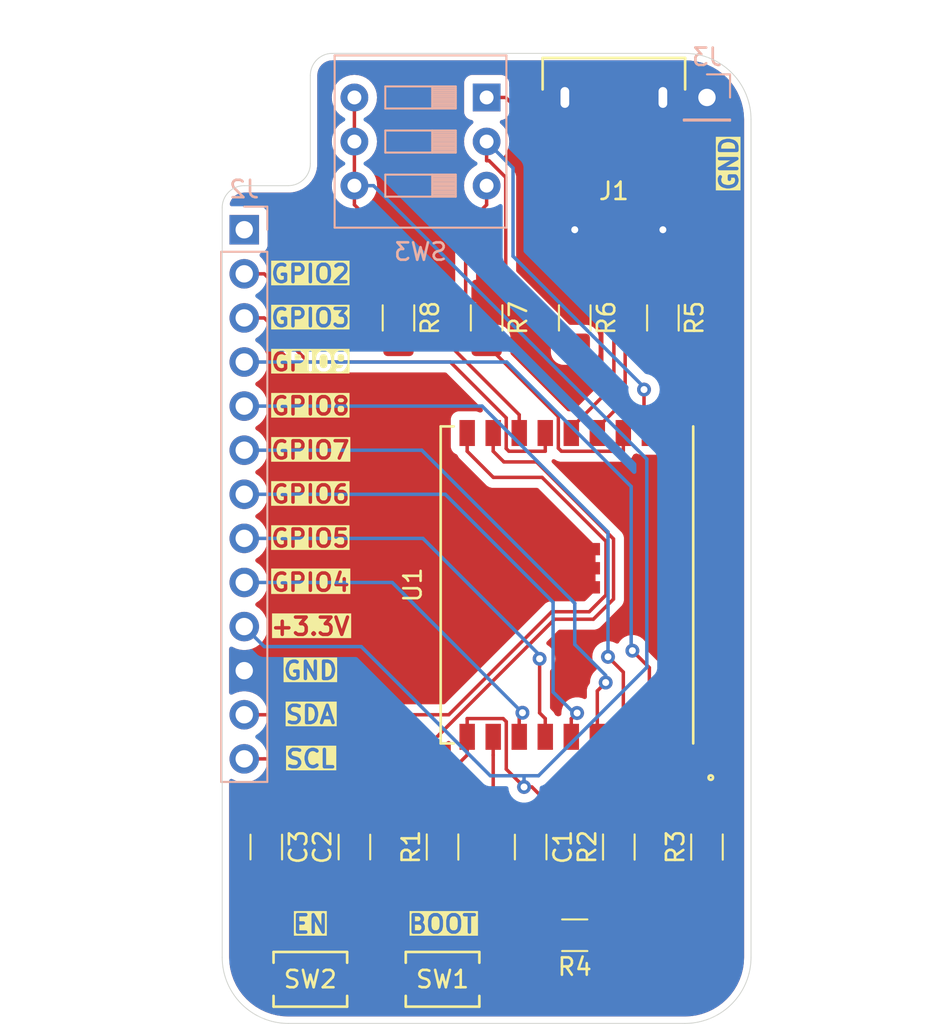
<source format=kicad_pcb>
(kicad_pcb (version 20240108) (generator "pcbnew") (generator_version "8.0")
  (layers (0 "F.Cu" signal) (31 "B.Cu" signal) (34 "B.Paste" user) (35 "F.Paste" user) (36 "B.SilkS" user "B.Silkscreen") (37 "F.SilkS" user "F.Silkscreen") (38 "B.Mask" user) (39 "F.Mask" user) (44 "Edge.Cuts" user))
  (net 0 "")
  (net 1 "/EN")
  (net 2 "GND")
  (net 3 "+3.3V")
  (net 6 "/GPIO8")
  (net 7 "/GPIO9")
  (net 8 "Net-(R4-Pad2)")
  (net 9 "/A1")
  (net 10 "/A2")
  (net 11 "/A3")
  (net 12 "/GPIO2")
  (net 13 "/GPIO4")
  (net 14 "/GPIO3")
  (net 15 "/SCL")
  (net 16 "/GPIO7")
  (net 17 "/GPIO5")
  (net 18 "/SDA")
  (net 19 "/GPIO6")
  (net 20 "/USB_D+")
  (net 21 "/USB_D-")
  (footprint "kicad_inventree_lib:SW_TS-1088_XNP-M" (layer "F.Cu") (at 63.5 121.92)
    (property "Reference" "SW2" (at 0 0 0) (layer "F.SilkS"))
    (property "Value" "Button")
    (fp_line (start -2.1209 -1.5748) (end -2.1209 -0.95504) (stroke (width 0.1524)) (layer "F.SilkS"))
    (fp_line (start -2.1209 0.95504) (end -2.1209 1.5748) (stroke (width 0.1524)) (layer "F.SilkS"))
    (fp_line (start -2.1209 1.5748) (end 2.1209 1.5748) (stroke (width 0.1524)) (layer "F.SilkS"))
    (fp_line (start 2.1209 -1.5748) (end -2.1209 -1.5748) (stroke (width 0.1524)) (layer "F.SilkS"))
    (fp_line (start 2.1209 -0.95504) (end 2.1209 -1.5748) (stroke (width 0.1524)) (layer "F.SilkS"))
    (fp_line (start 2.1209 1.5748) (end 2.1209 0.95504) (stroke (width 0.1524)) (layer "F.SilkS"))
    (pad "1" smd rect (at -2.286 0) (size 1.3462 1.2446) (layers "F.Cu" "F.Paste" "F.Mask") (net 2 "GND"))
    (pad "2" smd rect (at 2.286 0) (size 1.3462 1.2446) (layers "F.Cu" "F.Paste" "F.Mask") (net 1 "/EN"))
  )
  (footprint "Capacitor_SMD:C_1206_3216Metric_Pad1.33x1.80mm_HandSolder" (layer "F.Cu") (at 76.2 114.3 -90)
    (property "Reference" "C1" (at 0 -1.85 90) (layer "F.SilkS"))
    (property "Value" "1uF")
    (fp_line (start -0.711252 0.91) (end 0.711252 0.91) (stroke (width 0.12)) (layer "F.SilkS"))
    (fp_line (start -0.711252 -0.91) (end 0.711252 -0.91) (stroke (width 0.12)) (layer "F.SilkS"))
    (pad "1" smd roundrect (at -1.5625 0 270) (size 1.325 1.8) (layers "F.Cu" "F.Paste" "F.Mask") (roundrect_rratio 0.188679) (net 1 "/EN"))
    (pad "2" smd roundrect (at 1.5625 0 270) (size 1.325 1.8) (layers "F.Cu" "F.Paste" "F.Mask") (roundrect_rratio 0.188679) (net 2 "GND"))
  )
  (footprint "kicad_inventree_lib:ESP32-C3-WROOM-02U_EXP" (layer "F.Cu") (at 78.29 99.2 90)
    (property "Reference" "U1" (at 0 -8.89 90) (layer "F.SilkS"))
    (property "Value" "ESP32-C3-WROOM-02U-N4")
    (fp_line (start 9.1313 -7.2771) (end 9.1313 -6.527241) (stroke (width 0.1524)) (layer "F.SilkS"))
    (fp_line (start -9.1313 -7.2771) (end 9.1313 -7.2771) (stroke (width 0.1524)) (layer "F.SilkS"))
    (fp_line (start -9.1313 -6.527238) (end -9.1313 -7.2771) (stroke (width 0.1524)) (layer "F.SilkS"))
    (fp_line (start 9.1313 7.2771) (end -9.1313 7.2771) (stroke (width 0.1524)) (layer "F.SilkS"))
    (fp_circle (center -11.1002 8.289999) (end -10.9732 8.289999) (stroke (width 0.1524)) (fill none) (layer "F.SilkS"))
    (pad "1" smd rect (at -8.75 -5.749998 90) (size 1.4986 0.889) (layers "F.Cu" "F.Paste" "F.Mask") (net 3 "+3.3V"))
    (pad "2" smd rect (at -8.75 -4.249999 90) (size 1.4986 0.889) (layers "F.Cu" "F.Paste" "F.Mask") (net 1 "/EN"))
    (pad "3" smd rect (at -8.75 -2.749999 90) (size 1.4986 0.889) (layers "F.Cu" "F.Paste" "F.Mask") (net 13 "/GPIO4"))
    (pad "4" smd rect (at -8.75 -1.25 90) (size 1.4986 0.889) (layers "F.Cu" "F.Paste" "F.Mask") (net 17 "/GPIO5"))
    (pad "5" smd rect (at -8.75 0.25 90) (size 1.4986 0.889) (layers "F.Cu" "F.Paste" "F.Mask") (net 19 "/GPIO6"))
    (pad "6" smd rect (at -8.75 1.75 90) (size 1.4986 0.889) (layers "F.Cu" "F.Paste" "F.Mask") (net 16 "/GPIO7"))
    (pad "7" smd rect (at -8.75 3.250002 90) (size 1.4986 0.889) (layers "F.Cu" "F.Paste" "F.Mask") (net 6 "/GPIO8"))
    (pad "8" smd rect (at -8.75 4.750001 90) (size 1.4986 0.889) (layers "F.Cu" "F.Paste" "F.Mask") (net 7 "/GPIO9"))
    (pad "9" smd rect (at -8.75 6.250001 90) (size 1.4986 0.889) (layers "F.Cu" "F.Paste" "F.Mask") (net 2 "GND"))
    (pad "10" smd rect (at 8.75 6.249998 90) (size 1.4986 0.889) (layers "F.Cu" "F.Paste" "F.Mask") (net 9 "/A1"))
    (pad "11" smd rect (at 8.75 4.749999 90) (size 1.4986 0.889) (layers "F.Cu" "F.Paste" "F.Mask") (net 10 "/A2"))
    (pad "12" smd rect (at 8.75 3.249999 90) (size 1.4986 0.889) (layers "F.Cu" "F.Paste" "F.Mask") (net 11 "/A3"))
    (pad "13" smd rect (at 8.75 1.75 90) (size 1.4986 0.889) (layers "F.Cu" "F.Paste" "F.Mask") (net 21 "/USB_D-"))
    (pad "14" smd rect (at 8.75 0.25 90) (size 1.4986 0.889) (layers "F.Cu" "F.Paste" "F.Mask") (net 20 "/USB_D+"))
    (pad "15" smd rect (at 8.75 -1.25 90) (size 1.4986 0.889) (layers "F.Cu" "F.Paste" "F.Mask") (net 14 "/GPIO3"))
    (pad "16" smd rect (at 8.75 -2.750002 90) (size 1.4986 0.889) (layers "F.Cu" "F.Paste" "F.Mask") (net 12 "/GPIO2"))
    (pad "17" smd rect (at 8.75 -4.250001 90) (size 1.4986 0.889) (layers "F.Cu" "F.Paste" "F.Mask") (net 15 "/SCL"))
    (pad "18" smd rect (at 8.75 -5.750001 90) (size 1.4986 0.889) (layers "F.Cu" "F.Paste" "F.Mask") (net 18 "/SDA"))
    (pad "EPAD" smd rect (at -0.14 -0.65 90) (size 0.7112 0.7112) (layers "F.Cu" "F.Paste" "F.Mask") (net 2 "GND"))
    (pad "EPAD" smd rect (at -0.14 0.45 90) (size 0.7112 0.7112) (layers "F.Cu" "F.Paste" "F.Mask") (net 2 "GND"))
    (pad "EPAD" smd rect (at -0.14 1.55 90) (size 0.7112 0.7112) (layers "F.Cu" "F.Paste" "F.Mask") (net 2 "GND"))
    (pad "EPAD" smd rect (at 0.96 -0.65 90) (size 0.7112 0.7112) (layers "F.Cu" "F.Paste" "F.Mask") (net 2 "GND"))
    (pad "EPAD" smd rect (at 0.96 0.45 90) (size 0.7112 0.7112) (layers "F.Cu" "F.Paste" "F.Mask") (net 2 "GND"))
    (pad "EPAD" smd rect (at 0.96 1.55 90) (size 0.7112 0.7112) (layers "F.Cu" "F.Paste" "F.Mask") (net 2 "GND"))
    (pad "EPAD" smd rect (at 2.06 -0.65 90) (size 0.7112 0.7112) (layers "F.Cu" "F.Paste" "F.Mask") (net 2 "GND"))
    (pad "EPAD" smd rect (at 2.06 0.45 90) (size 0.7112 0.7112) (layers "F.Cu" "F.Paste" "F.Mask") (net 2 "GND"))
    (pad "EPAD" smd rect (at 2.06 1.55 90) (size 0.7112 0.7112) (layers "F.Cu" "F.Paste" "F.Mask") (net 2 "GND"))
  )
  (footprint "kicad_inventree_lib:CONN5_H83-S1S_XKB" (layer "F.Cu") (at 82.295 73.974 180)
    (property "Reference" "J1" (at 1.299972 -2.54 180) (layer "F.SilkS"))
    (property "Value" "U254-051T-4BH83-S1S")
    (fp_line (start 5.406972 5.1308) (end 5.406972 3.317532) (stroke (width 0.1524)) (layer "F.SilkS"))
    (fp_line (start -2.807028 5.1308) (end 5.406972 5.1308) (stroke (width 0.1524)) (layer "F.SilkS"))
    (fp_line (start -2.807028 3.317532) (end -2.807028 5.1308) (stroke (width 0.1524)) (layer "F.SilkS"))
    (pad "1" smd rect (at 0 0.178892 180) (size 0.4064 1.35) (layers "F.Cu" "F.Paste" "F.Mask"))
    (pad "2" smd rect (at 0.649986 0.178892 180) (size 0.4064 1.35) (layers "F.Cu" "F.Paste" "F.Mask") (net 21 "/USB_D-"))
    (pad "3" smd rect (at 1.299972 0.178892 180) (size 0.4064 1.35) (layers "F.Cu" "F.Paste" "F.Mask") (net 20 "/USB_D+"))
    (pad "4" smd rect (at 1.949958 0.178892 180) (size 0.4064 1.35) (layers "F.Cu" "F.Paste" "F.Mask"))
    (pad "5" smd rect (at -1.800027 0.304 180) (size 2.1082 1.6002) (layers "F.Cu" "F.Paste" "F.Mask") (net 2 "GND"))
    (pad "5" thru_hole oval (at -1.525029 2.854008 270) (size 1.7 1) (drill oval 1.2 0.5) (layers "*.Cu" "*.Mask") (net 2 "GND"))
    (pad "5" smd rect (at 2.599944 0.178892 180) (size 0.4064 1.35) (layers "F.Cu" "F.Paste" "F.Mask") (net 2 "GND"))
    (pad "5" thru_hole oval (at 4.124973 2.854008 270) (size 1.7 1) (drill oval 1.2 0.5) (layers "*.Cu" "*.Mask") (net 2 "GND"))
    (pad "5" smd rect (at 4.399971 0.304 180) (size 2.1082 1.6002) (layers "F.Cu" "F.Paste" "F.Mask") (net 2 "GND"))
  )
  (footprint "Resistor_SMD:R_1206_3216Metric_Pad1.30x1.75mm_HandSolder" (layer "F.Cu") (at 73.66 83.82 -90)
    (property "Reference" "R7" (at 0 -1.82 90) (layer "F.SilkS"))
    (property "Value" "10k")
    (fp_line (start -0.727064 0.91) (end 0.727064 0.91) (stroke (width 0.12)) (layer "F.SilkS"))
    (fp_line (start -0.727064 -0.91) (end 0.727064 -0.91) (stroke (width 0.12)) (layer "F.SilkS"))
    (pad "1" smd roundrect (at -1.55 0 270) (size 1.3 1.75) (layers "F.Cu" "F.Paste" "F.Mask") (roundrect_rratio 0.192308) (net 2 "GND"))
    (pad "2" smd roundrect (at 1.55 0 270) (size 1.3 1.75) (layers "F.Cu" "F.Paste" "F.Mask") (roundrect_rratio 0.192308) (net 11 "/A3"))
  )
  (footprint "Resistor_SMD:R_1206_3216Metric_Pad1.30x1.75mm_HandSolder" (layer "F.Cu") (at 83.82 83.82 -90)
    (property "Reference" "R5" (at 0 -1.82 90) (layer "F.SilkS"))
    (property "Value" "10k")
    (fp_line (start -0.727064 0.91) (end 0.727064 0.91) (stroke (width 0.12)) (layer "F.SilkS"))
    (fp_line (start -0.727064 -0.91) (end 0.727064 -0.91) (stroke (width 0.12)) (layer "F.SilkS"))
    (pad "1" smd roundrect (at -1.55 0 270) (size 1.3 1.75) (layers "F.Cu" "F.Paste" "F.Mask") (roundrect_rratio 0.192308) (net 2 "GND"))
    (pad "2" smd roundrect (at 1.55 0 270) (size 1.3 1.75) (layers "F.Cu" "F.Paste" "F.Mask") (roundrect_rratio 0.192308) (net 9 "/A1"))
  )
  (footprint "Resistor_SMD:R_1206_3216Metric_Pad1.30x1.75mm_HandSolder" (layer "F.Cu") (at 78.74 119.38 180)
    (property "Reference" "R4" (at 0 -1.82 0) (layer "F.SilkS"))
    (property "Value" "330R")
    (fp_line (start -0.727064 0.91) (end 0.727064 0.91) (stroke (width 0.12)) (layer "F.SilkS"))
    (fp_line (start -0.727064 -0.91) (end 0.727064 -0.91) (stroke (width 0.12)) (layer "F.SilkS"))
    (pad "1" smd roundrect (at -1.55 0 180) (size 1.3 1.75) (layers "F.Cu" "F.Paste" "F.Mask") (roundrect_rratio 0.192308) (net 7 "/GPIO9"))
    (pad "2" smd roundrect (at 1.55 0 180) (size 1.3 1.75) (layers "F.Cu" "F.Paste" "F.Mask") (roundrect_rratio 0.192308) (net 8 "Net-(R4-Pad2)"))
  )
  (footprint "Capacitor_SMD:C_1206_3216Metric_Pad1.33x1.80mm_HandSolder" (layer "F.Cu") (at 60.96 114.3 -90)
    (property "Reference" "C3" (at 0 -1.85 90) (layer "F.SilkS"))
    (property "Value" "1uF")
    (fp_line (start -0.711252 0.91) (end 0.711252 0.91) (stroke (width 0.12)) (layer "F.SilkS"))
    (fp_line (start -0.711252 -0.91) (end 0.711252 -0.91) (stroke (width 0.12)) (layer "F.SilkS"))
    (pad "1" smd roundrect (at -1.5625 0 270) (size 1.325 1.8) (layers "F.Cu" "F.Paste" "F.Mask") (roundrect_rratio 0.188679) (net 3 "+3.3V"))
    (pad "2" smd roundrect (at 1.5625 0 270) (size 1.325 1.8) (layers "F.Cu" "F.Paste" "F.Mask") (roundrect_rratio 0.188679) (net 2 "GND"))
  )
  (footprint "Resistor_SMD:R_1206_3216Metric_Pad1.30x1.75mm_HandSolder" (layer "F.Cu") (at 81.28 114.3 90)
    (property "Reference" "R2" (at 0 -1.82 90) (layer "F.SilkS"))
    (property "Value" "10k")
    (fp_line (start -0.727064 -0.91) (end 0.727064 -0.91) (stroke (width 0.12)) (layer "F.SilkS"))
    (fp_line (start -0.727064 0.91) (end 0.727064 0.91) (stroke (width 0.12)) (layer "F.SilkS"))
    (pad "1" smd roundrect (at -1.55 0 90) (size 1.3 1.75) (layers "F.Cu" "F.Paste" "F.Mask") (roundrect_rratio 0.192308) (net 3 "+3.3V"))
    (pad "2" smd roundrect (at 1.55 0 90) (size 1.3 1.75) (layers "F.Cu" "F.Paste" "F.Mask") (roundrect_rratio 0.192308) (net 6 "/GPIO8"))
  )
  (footprint "Resistor_SMD:R_1206_3216Metric_Pad1.30x1.75mm_HandSolder" (layer "F.Cu") (at 86.36 114.3 90)
    (property "Reference" "R3" (at 0 -1.82 90) (layer "F.SilkS"))
    (property "Value" "10k")
    (fp_line (start -0.727064 -0.91) (end 0.727064 -0.91) (stroke (width 0.12)) (layer "F.SilkS"))
    (fp_line (start -0.727064 0.91) (end 0.727064 0.91) (stroke (width 0.12)) (layer "F.SilkS"))
    (pad "1" smd roundrect (at -1.55 0 90) (size 1.3 1.75) (layers "F.Cu" "F.Paste" "F.Mask") (roundrect_rratio 0.192308) (net 3 "+3.3V"))
    (pad "2" smd roundrect (at 1.55 0 90) (size 1.3 1.75) (layers "F.Cu" "F.Paste" "F.Mask") (roundrect_rratio 0.192308) (net 7 "/GPIO9"))
  )
  (footprint "kicad_inventree_lib:SW_TS-1088_XNP-M" (layer "F.Cu") (at 71.12 121.92)
    (property "Reference" "SW1" (at 0 0 0) (layer "F.SilkS"))
    (property "Value" "Button")
    (fp_line (start -2.1209 -1.5748) (end -2.1209 -0.95504) (stroke (width 0.1524)) (layer "F.SilkS"))
    (fp_line (start -2.1209 0.95504) (end -2.1209 1.5748) (stroke (width 0.1524)) (layer "F.SilkS"))
    (fp_line (start -2.1209 1.5748) (end 2.1209 1.5748) (stroke (width 0.1524)) (layer "F.SilkS"))
    (fp_line (start 2.1209 -1.5748) (end -2.1209 -1.5748) (stroke (width 0.1524)) (layer "F.SilkS"))
    (fp_line (start 2.1209 -0.95504) (end 2.1209 -1.5748) (stroke (width 0.1524)) (layer "F.SilkS"))
    (fp_line (start 2.1209 1.5748) (end 2.1209 0.95504) (stroke (width 0.1524)) (layer "F.SilkS"))
    (pad "1" smd rect (at -2.286 0) (size 1.3462 1.2446) (layers "F.Cu" "F.Paste" "F.Mask") (net 2 "GND"))
    (pad "2" smd rect (at 2.286 0) (size 1.3462 1.2446) (layers "F.Cu" "F.Paste" "F.Mask") (net 8 "Net-(R4-Pad2)"))
  )
  (footprint "Resistor_SMD:R_1206_3216Metric_Pad1.30x1.75mm_HandSolder" (layer "F.Cu") (at 78.74 83.82 -90)
    (property "Reference" "R6" (at 0 -1.82 90) (layer "F.SilkS"))
    (property "Value" "10k")
    (fp_line (start -0.727064 0.91) (end 0.727064 0.91) (stroke (width 0.12)) (layer "F.SilkS"))
    (fp_line (start -0.727064 -0.91) (end 0.727064 -0.91) (stroke (width 0.12)) (layer "F.SilkS"))
    (pad "1" smd roundrect (at -1.55 0 270) (size 1.3 1.75) (layers "F.Cu" "F.Paste" "F.Mask") (roundrect_rratio 0.192308) (net 2 "GND"))
    (pad "2" smd roundrect (at 1.55 0 270) (size 1.3 1.75) (layers "F.Cu" "F.Paste" "F.Mask") (roundrect_rratio 0.192308) (net 10 "/A2"))
  )
  (footprint "Resistor_SMD:R_1206_3216Metric_Pad1.30x1.75mm_HandSolder" (layer "F.Cu") (at 71.12 114.3 90)
    (property "Reference" "R1" (at 0 -1.82 90) (layer "F.SilkS"))
    (property "Value" "10k")
    (fp_line (start -0.727064 -0.91) (end 0.727064 -0.91) (stroke (width 0.12)) (layer "F.SilkS"))
    (fp_line (start -0.727064 0.91) (end 0.727064 0.91) (stroke (width 0.12)) (layer "F.SilkS"))
    (pad "1" smd roundrect (at -1.55 0 90) (size 1.3 1.75) (layers "F.Cu" "F.Paste" "F.Mask") (roundrect_rratio 0.192308) (net 3 "+3.3V"))
    (pad "2" smd roundrect (at 1.55 0 90) (size 1.3 1.75) (layers "F.Cu" "F.Paste" "F.Mask") (roundrect_rratio 0.192308) (net 1 "/EN"))
  )
  (footprint "Capacitor_SMD:C_1206_3216Metric_Pad1.33x1.80mm_HandSolder" (layer "F.Cu") (at 66.04 114.3 90)
    (property "Reference" "C2" (at 0 -1.85 90) (layer "F.SilkS"))
    (property "Value" "10uF")
    (fp_line (start -0.711252 -0.91) (end 0.711252 -0.91) (stroke (width 0.12)) (layer "F.SilkS"))
    (fp_line (start -0.711252 0.91) (end 0.711252 0.91) (stroke (width 0.12)) (layer "F.SilkS"))
    (pad "1" smd roundrect (at -1.5625 0 90) (size 1.325 1.8) (layers "F.Cu" "F.Paste" "F.Mask") (roundrect_rratio 0.188679) (net 2 "GND"))
    (pad "2" smd roundrect (at 1.5625 0 90) (size 1.325 1.8) (layers "F.Cu" "F.Paste" "F.Mask") (roundrect_rratio 0.188679) (net 3 "+3.3V"))
  )
  (footprint "Resistor_SMD:R_1206_3216Metric_Pad1.30x1.75mm_HandSolder" (layer "F.Cu") (at 68.58 83.82 -90)
    (property "Reference" "R8" (at 0 -1.82 90) (layer "F.SilkS"))
    (property "Value" "10k")
    (fp_line (start -0.727064 0.91) (end 0.727064 0.91) (stroke (width 0.12)) (layer "F.SilkS"))
    (fp_line (start -0.727064 -0.91) (end 0.727064 -0.91) (stroke (width 0.12)) (layer "F.SilkS"))
    (pad "1" smd roundrect (at -1.55 0 270) (size 1.3 1.75) (layers "F.Cu" "F.Paste" "F.Mask") (roundrect_rratio 0.192308) (net 3 "+3.3V"))
    (pad "2" smd roundrect (at 1.55 0 270) (size 1.3 1.75) (layers "F.Cu" "F.Paste" "F.Mask") (roundrect_rratio 0.192308) (net 12 "/GPIO2"))
  )
  (footprint "Connector_PinHeader_2.54mm:PinHeader_1x13_P2.54mm_Vertical" (layer "B.Cu") (at 59.69 78.74 180)
    (property "Reference" "J2" (at 0 2.33 0) (layer "B.SilkS") (effects (justify mirror)))
    (property "Value" "PinHeader_01x13_P2.54_THT_straight")
    (fp_line (start 1.33 -1.27) (end -1.33 -1.27) (stroke (width 0.12)) (layer "B.SilkS"))
    (fp_line (start 1.33 -31.81) (end 1.33 -1.27) (stroke (width 0.12)) (layer "B.SilkS"))
    (fp_line (start 1.33 -31.81) (end -1.33 -31.81) (stroke (width 0.12)) (layer "B.SilkS"))
    (fp_line (start 0 1.33) (end -1.33 1.33) (stroke (width 0.12)) (layer "B.SilkS"))
    (fp_line (start -1.33 1.33) (end -1.33 0) (stroke (width 0.12)) (layer "B.SilkS"))
    (fp_line (start -1.33 -31.81) (end -1.33 -1.27) (stroke (width 0.12)) (layer "B.SilkS"))
    (pad "1" thru_hole rect (at 0 0 180) (size 1.7 1.7) (drill 1) (layers "*.Cu" "*.Mask"))
    (pad "2" thru_hole oval (at 0 -2.54 180) (size 1.7 1.7) (drill 1) (layers "*.Cu" "*.Mask") (net 12 "/GPIO2"))
    (pad "3" thru_hole oval (at 0 -5.08 180) (size 1.7 1.7) (drill 1) (layers "*.Cu" "*.Mask") (net 14 "/GPIO3"))
    (pad "4" thru_hole oval (at 0 -7.62 180) (size 1.7 1.7) (drill 1) (layers "*.Cu" "*.Mask") (net 7 "/GPIO9"))
    (pad "5" thru_hole oval (at 0 -10.16 180) (size 1.7 1.7) (drill 1) (layers "*.Cu" "*.Mask") (net 6 "/GPIO8"))
    (pad "6" thru_hole oval (at 0 -12.7 180) (size 1.7 1.7) (drill 1) (layers "*.Cu" "*.Mask") (net 16 "/GPIO7"))
    (pad "7" thru_hole oval (at 0 -15.24 180) (size 1.7 1.7) (drill 1) (layers "*.Cu" "*.Mask") (net 19 "/GPIO6"))
    (pad "8" thru_hole oval (at 0 -17.78 180) (size 1.7 1.7) (drill 1) (layers "*.Cu" "*.Mask") (net 17 "/GPIO5"))
    (pad "9" thru_hole oval (at 0 -20.32 180) (size 1.7 1.7) (drill 1) (layers "*.Cu" "*.Mask") (net 13 "/GPIO4"))
    (pad "10" thru_hole oval (at 0 -22.86 180) (size 1.7 1.7) (drill 1) (layers "*.Cu" "*.Mask") (net 3 "+3.3V"))
    (pad "11" thru_hole oval (at 0 -25.4 180) (size 1.7 1.7) (drill 1) (layers "*.Cu" "*.Mask") (net 2 "GND"))
    (pad "12" thru_hole oval (at 0 -27.94 180) (size 1.7 1.7) (drill 1) (layers "*.Cu" "*.Mask") (net 18 "/SDA"))
    (pad "13" thru_hole oval (at 0 -30.48 180) (size 1.7 1.7) (drill 1) (layers "*.Cu" "*.Mask") (net 15 "/SCL"))
  )
  (footprint "kicad_inventree_lib:SW_DIP_SPSTx03_Slide_9.78x9.8mm_W7.62mm_P2.54mm" (layer "B.Cu") (at 73.66 71.12 180)
    (property "Reference" "SW3" (at 3.81 -8.89 0) (layer "B.SilkS") (effects (justify mirror)))
    (property "Value" "DIP_SW-3P-P2.54-THT-Top")
    (fp_line (start 8.76 2.42) (end -1.14 2.42) (stroke (width 0.12)) (layer "B.SilkS"))
    (fp_line (start 8.76 -7.5) (end 8.76 2.42) (stroke (width 0.12)) (layer "B.SilkS"))
    (fp_line (start 8.76 -7.5) (end -1.14 -7.5) (stroke (width 0.12)) (layer "B.SilkS"))
    (fp_line (start 5.84 0.635) (end 5.84 -0.635) (stroke (width 0.12)) (layer "B.SilkS"))
    (fp_line (start 5.84 -0.635) (end 1.78 -0.635) (stroke (width 0.12)) (layer "B.SilkS"))
    (fp_line (start 5.84 -1.905) (end 5.84 -3.175) (stroke (width 0.12)) (layer "B.SilkS"))
    (fp_line (start 5.84 -3.175) (end 1.78 -3.175) (stroke (width 0.12)) (layer "B.SilkS"))
    (fp_line (start 5.84 -4.445) (end 5.84 -5.715) (stroke (width 0.12)) (layer "B.SilkS"))
    (fp_line (start 5.84 -5.715) (end 1.78 -5.715) (stroke (width 0.12)) (layer "B.SilkS"))
    (fp_line (start 3.133333 0.515) (end 1.78 0.515) (stroke (width 0.12)) (layer "B.SilkS"))
    (fp_line (start 3.133333 0.395) (end 1.78 0.395) (stroke (width 0.12)) (layer "B.SilkS"))
    (fp_line (start 3.133333 0.275) (end 1.78 0.275) (stroke (width 0.12)) (layer "B.SilkS"))
    (fp_line (start 3.133333 0.155) (end 1.78 0.155) (stroke (width 0.12)) (layer "B.SilkS"))
    (fp_line (start 3.133333 0.035) (end 1.78 0.035) (stroke (width 0.12)) (layer "B.SilkS"))
    (fp_line (start 3.133333 -0.085) (end 1.78 -0.085) (stroke (width 0.12)) (layer "B.SilkS"))
    (fp_line (start 3.133333 -0.205) (end 1.78 -0.205) (stroke (width 0.12)) (layer "B.SilkS"))
    (fp_line (start 3.133333 -0.325) (end 1.78 -0.325) (stroke (width 0.12)) (layer "B.SilkS"))
    (fp_line (start 3.133333 -0.445) (end 1.78 -0.445) (stroke (width 0.12)) (layer "B.SilkS"))
    (fp_line (start 3.133333 -0.565) (end 1.78 -0.565) (stroke (width 0.12)) (layer "B.SilkS"))
    (fp_line (start 3.133333 -0.635) (end 3.133333 0.635) (stroke (width 0.12)) (layer "B.SilkS"))
    (fp_line (start 3.133333 -2.025) (end 1.78 -2.025) (stroke (width 0.12)) (layer "B.SilkS"))
    (fp_line (start 3.133333 -2.145) (end 1.78 -2.145) (stroke (width 0.12)) (layer "B.SilkS"))
    (fp_line (start 3.133333 -2.265) (end 1.78 -2.265) (stroke (width 0.12)) (layer "B.SilkS"))
    (fp_line (start 3.133333 -2.385) (end 1.78 -2.385) (stroke (width 0.12)) (layer "B.SilkS"))
    (fp_line (start 3.133333 -2.505) (end 1.78 -2.505) (stroke (width 0.12)) (layer "B.SilkS"))
    (fp_line (start 3.133333 -2.625) (end 1.78 -2.625) (stroke (width 0.12)) (layer "B.SilkS"))
    (fp_line (start 3.133333 -2.745) (end 1.78 -2.745) (stroke (width 0.12)) (layer "B.SilkS"))
    (fp_line (start 3.133333 -2.865) (end 1.78 -2.865) (stroke (width 0.12)) (layer "B.SilkS"))
    (fp_line (start 3.133333 -2.985) (end 1.78 -2.985) (stroke (width 0.12)) (layer "B.SilkS"))
    (fp_line (start 3.133333 -3.105) (end 1.78 -3.105) (stroke (width 0.12)) (layer "B.SilkS"))
    (fp_line (start 3.133333 -3.175) (end 3.133333 -1.905) (stroke (width 0.12)) (layer "B.SilkS"))
    (fp_line (start 3.133333 -4.565) (end 1.78 -4.565) (stroke (width 0.12)) (layer "B.SilkS"))
    (fp_line (start 3.133333 -4.685) (end 1.78 -4.685) (stroke (width 0.12)) (layer "B.SilkS"))
    (fp_line (start 3.133333 -4.805) (end 1.78 -4.805) (stroke (width 0.12)) (layer "B.SilkS"))
    (fp_line (start 3.133333 -4.925) (end 1.78 -4.925) (stroke (width 0.12)) (layer "B.SilkS"))
    (fp_line (start 3.133333 -5.045) (end 1.78 -5.045) (stroke (width 0.12)) (layer "B.SilkS"))
    (fp_line (start 3.133333 -5.165) (end 1.78 -5.165) (stroke (width 0.12)) (layer "B.SilkS"))
    (fp_line (start 3.133333 -5.285) (end 1.78 -5.285) (stroke (width 0.12)) (layer "B.SilkS"))
    (fp_line (start 3.133333 -5.405) (end 1.78 -5.405) (stroke (width 0.12)) (layer "B.SilkS"))
    (fp_line (start 3.133333 -5.525) (end 1.78 -5.525) (stroke (width 0.12)) (layer "B.SilkS"))
    (fp_line (start 3.133333 -5.645) (end 1.78 -5.645) (stroke (width 0.12)) (layer "B.SilkS"))
    (fp_line (start 3.133333 -5.715) (end 3.133333 -4.445) (stroke (width 0.12)) (layer "B.SilkS"))
    (fp_line (start 1.78 0.635) (end 5.84 0.635) (stroke (width 0.12)) (layer "B.SilkS"))
    (fp_line (start 1.78 -0.635) (end 1.78 0.635) (stroke (width 0.12)) (layer "B.SilkS"))
    (fp_line (start 1.78 -1.905) (end 5.84 -1.905) (stroke (width 0.12)) (layer "B.SilkS"))
    (fp_line (start 1.78 -3.175) (end 1.78 -1.905) (stroke (width 0.12)) (layer "B.SilkS"))
    (fp_line (start 1.78 -4.445) (end 5.84 -4.445) (stroke (width 0.12)) (layer "B.SilkS"))
    (fp_line (start 1.78 -5.715) (end 1.78 -4.445) (stroke (width 0.12)) (layer "B.SilkS"))
    (fp_line (start -1.14 -7.5) (end -1.14 2.42) (stroke (width 0.12)) (layer "B.SilkS"))
    (pad "1" thru_hole rect (at 0 0 180) (size 1.6 1.6) (drill 0.8) (layers "*.Cu" "*.Mask") (net 9 "/A1"))
    (pad "2" thru_hole oval (at 0 -2.54 180) (size 1.6 1.6) (drill 0.8) (layers "*.Cu" "*.Mask") (net 10 "/A2"))
    (pad "3" thru_hole oval (at 0 -5.08 180) (size 1.6 1.6) (drill 0.8) (layers "*.Cu" "*.Mask") (net 11 "/A3"))
    (pad "4" thru_hole oval (at 7.62 -5.08 180) (size 1.6 1.6) (drill 0.8) (layers "*.Cu" "*.Mask") (net 3 "+3.3V"))
    (pad "5" thru_hole oval (at 7.62 -2.54 180) (size 1.6 1.6) (drill 0.8) (layers "*.Cu" "*.Mask") (net 3 "+3.3V"))
    (pad "6" thru_hole oval (at 7.62 0 180) (size 1.6 1.6) (drill 0.8) (layers "*.Cu" "*.Mask") (net 3 "+3.3V"))
  )
  (footprint "Connector_PinHeader_2.54mm:PinHeader_1x01_P2.54mm_Vertical" (layer "B.Cu") (at 86.36 71.12 180)
    (property "Reference" "J3" (at 0 2.33 0) (layer "B.SilkS") (effects (justify mirror)))
    (property "Value" "PinHeader_01x01_P2.54_THT_straight")
    (fp_line (start 1.33 -1.27) (end -1.33 -1.27) (stroke (width 0.12)) (layer "B.SilkS"))
    (fp_line (start 1.33 -1.33) (end 1.33 -1.27) (stroke (width 0.12)) (layer "B.SilkS"))
    (fp_line (start 1.33 -1.33) (end -1.33 -1.33) (stroke (width 0.12)) (layer "B.SilkS"))
    (fp_line (start 0 1.33) (end -1.33 1.33) (stroke (width 0.12)) (layer "B.SilkS"))
    (fp_line (start -1.33 1.33) (end -1.33 0) (stroke (width 0.12)) (layer "B.SilkS"))
    (fp_line (start -1.33 -1.33) (end -1.33 -1.27) (stroke (width 0.12)) (layer "B.SilkS"))
    (pad "1" thru_hole rect (at 0 0 180) (size 1.7 1.7) (drill 1) (layers "*.Cu" "*.Mask") (net 2 "GND"))
  )
  (gr_line (start 58.42 77.47) (end 58.42 120.65) (stroke (width 0.05)) (layer "Edge.Cuts"))
  (gr_arc (start 63.5 69.85) (mid 63.871974 68.951974) (end 64.77 68.58) (stroke (width 0.05)) (layer "Edge.Cuts"))
  (gr_line (start 88.9 120.65) (end 88.9 72.39) (stroke (width 0.05)) (layer "Edge.Cuts"))
  (gr_arc (start 85.09 68.58) (mid 87.784077 69.695923) (end 88.9 72.39) (stroke (width 0.05)) (layer "Edge.Cuts"))
  (gr_line (start 63.5 74.93) (end 63.5 69.85) (stroke (width 0.05)) (layer "Edge.Cuts"))
  (gr_line (start 62.23 124.46) (end 85.09 124.46) (stroke (width 0.05)) (layer "Edge.Cuts"))
  (gr_line (start 62.23 76.2) (end 59.69 76.2) (stroke (width 0.05)) (layer "Edge.Cuts"))
  (gr_arc (start 62.23 124.46) (mid 59.535923 123.344077) (end 58.42 120.65) (stroke (width 0.05)) (layer "Edge.Cuts"))
  (gr_arc (start 63.5 74.93) (mid 63.128026 75.828026) (end 62.23 76.2) (stroke (width 0.05)) (layer "Edge.Cuts"))
  (gr_line (start 85.09 68.58) (end 64.77 68.58) (stroke (width 0.05)) (layer "Edge.Cuts"))
  (gr_arc (start 88.9 120.65) (mid 87.784077 123.344077) (end 85.09 124.46) (stroke (width 0.05)) (layer "Edge.Cuts"))
  (gr_arc (start 58.42 77.47) (mid 58.791974 76.571974) (end 59.69 76.2) (stroke (width 0.05)) (layer "Edge.Cuts"))
  (gr_text "GPIO8" (at 63.5 88.9 0) (layer "F.SilkS" knockout) (effects (font (size 1 1) (thickness 0.2) (bold yes))))
  (gr_text "SCL" (at 63.5 109.22 0) (layer "F.SilkS" knockout) (effects (font (size 1 1) (thickness 0.2) (bold yes))))
  (gr_text "SDA" (at 63.5 106.68 0) (layer "F.SilkS" knockout) (effects (font (size 1 1) (thickness 0.2) (bold yes))))
  (gr_text "EN" (at 63.5 118.745 0) (layer "F.SilkS" knockout) (effects (font (size 1 1) (thickness 0.2) (bold yes))))
  (gr_text "GPIO7" (at 63.5 91.44 0) (layer "F.SilkS" knockout) (effects (font (size 1 1) (thickness 0.2) (bold yes))))
  (gr_text "GND" (at 63.5 104.14 0) (layer "F.SilkS" knockout) (effects (font (size 1 1) (thickness 0.2) (bold yes))))
  (gr_text "BOOT" (at 71.12 118.745 0) (layer "F.SilkS" knockout) (effects (font (size 1 1) (thickness 0.2) (bold yes))))
  (gr_text "GPIO6" (at 63.5 93.98 0) (layer "F.SilkS" knockout) (effects (font (size 1 1) (thickness 0.2) (bold yes))))
  (gr_text "GPIO2" (at 63.5 81.28 0) (layer "F.SilkS" knockout) (effects (font (size 1 1) (thickness 0.2) (bold yes))))
  (gr_text "GPIO3" (at 63.5 83.82 0) (layer "F.SilkS" knockout) (effects (font (size 1 1) (thickness 0.2) (bold yes))))
  (gr_text "GPIO9" (at 63.5 86.36 0) (layer "F.SilkS" knockout) (effects (font (size 1 1) (thickness 0.2) (bold yes))))
  (gr_text "+3.3V" (at 63.5 101.6 0) (layer "F.SilkS" knockout) (effects (font (size 1 1) (thickness 0.2) (bold yes))))
  (gr_text "GPIO5" (at 63.5 96.52 0) (layer "F.SilkS" knockout) (effects (font (size 1 1) (thickness 0.2) (bold yes))))
  (gr_text "GPIO4" (at 63.5 99.06 0) (layer "F.SilkS" knockout) (effects (font (size 1 1) (thickness 0.2) (bold yes))))
  (gr_text "GND" (at 87.63 74.93 90) (layer "F.SilkS" knockout) (effects (font (size 1 1) (thickness 0.2) (bold yes))))
  (segment (start 66.7608 121.9199) (end 66.7608 121.92) (width 0.2) (layer "F.Cu") (net 1))
  (segment (start 72.5738 112.75) (end 71.12 112.75) (width 0.2) (layer "F.Cu") (net 1))
  (segment (start 74.04 112.7375) (end 74.0275 112.75) (width 0.2) (layer "F.Cu") (net 1))
  (segment (start 66.8632 121.9199) (end 66.7608 121.9199) (width 0.2) (layer "F.Cu") (net 1))
  (segment (start 72.5738 112.75) (end 72.5738 116.2093) (width 0.2) (layer "F.Cu") (net 1))
  (segment (start 74.04 112.7375) (end 76.2 112.7375) (width 0.2) (layer "F.Cu") (net 1))
  (segment (start 74.04 109.001) (end 74.04 112.7375) (width 0.2) (layer "F.Cu") (net 1))
  (segment (start 74.04 107.95) (end 74.04 109.001) (width 0.2) (layer "F.Cu") (net 1))
  (segment (start 74.0275 112.75) (end 72.5738 112.75) (width 0.2) (layer "F.Cu") (net 1))
  (segment (start 65.786 121.92) (end 66.7608 121.92) (width 0.2) (layer "F.Cu") (net 1))
  (segment (start 72.5738 116.2093) (end 66.8632 121.9199) (width 0.2) (layer "F.Cu") (net 1))
  (segment (start 72.84 104.14) (end 77.64 99.34) (width 0.2) (layer "F.Cu") (net 2))
  (segment (start 59.69 104.14) (end 72.84 104.14) (width 0.2) (layer "F.Cu") (net 2))
  (via (at 78.74 78.74) (size 0.8) (drill 0.4) (layers "F.Cu" "B.Cu") (net 2))
  (via (at 83.82 78.74) (size 0.8) (drill 0.4) (layers "F.Cu" "B.Cu") (net 2))
  (segment (start 71.12 115.85) (end 68.8035 113.5335) (width 0.2) (layer "F.Cu") (net 3))
  (segment (start 66.04 71.12) (end 66.04 73.66) (width 0.2) (layer "F.Cu") (net 3))
  (segment (start 74.7938 109.8159) (end 74.7938 107.0803) (width 0.2) (layer "F.Cu") (net 3))
  (segment (start 72.54 107.95) (end 72.54 106.899) (width 0.2) (layer "F.Cu") (net 3))
  (segment (start 66.04 76.2) (end 66.04 73.66) (width 0.2) (layer "F.Cu") (net 3))
  (segment (start 72.54 107.95) (end 72.54 109.001) (width 0.2) (layer "F.Cu") (net 3))
  (segment (start 66.04 77.3017) (end 68.58 79.8417) (width 0.2) (layer "F.Cu") (net 3))
  (segment (start 68.8035 113.5335) (end 68.8035 112.7375) (width 0.2) (layer "F.Cu") (net 3))
  (segment (start 68.58 79.8417) (end 68.58 82.27) (width 0.2) (layer "F.Cu") (net 3))
  (segment (start 75.8175 110.8396) (end 74.7938 109.8159) (width 0.2) (layer "F.Cu") (net 3))
  (segment (start 81.28 115.85) (end 86.36 115.85) (width 0.2) (layer "F.Cu") (net 3))
  (segment (start 81.28 115.85) (end 76.2696 110.8396) (width 0.2) (layer "F.Cu") (net 3))
  (segment (start 74.6125 106.899) (end 72.54 106.899) (width 0.2) (layer "F.Cu") (net 3))
  (segment (start 74.7938 107.0803) (end 74.6125 106.899) (width 0.2) (layer "F.Cu") (net 3))
  (segment (start 66.04 76.2) (end 66.04 77.3017) (width 0.2) (layer "F.Cu") (net 3))
  (segment (start 76.2696 110.8396) (end 75.8175 110.8396) (width 0.2) (layer "F.Cu") (net 3))
  (segment (start 68.8035 112.7375) (end 72.54 109.001) (width 0.2) (layer "F.Cu") (net 3))
  (segment (start 60.96 112.7375) (end 66.04 112.7375) (width 0.2) (layer "F.Cu") (net 3))
  (segment (start 66.04 112.7375) (end 68.8035 112.7375) (width 0.2) (layer "F.Cu") (net 3))
  (via (at 75.8175 110.8396) (size 0.8) (drill 0.4) (layers "F.Cu" "B.Cu") (net 3))
  (segment (start 75.8175 110.8396) (end 75.8175 110.194) (width 0.2) (layer "B.Cu") (net 3))
  (segment (start 73.8739 110.194) (end 75.8175 110.194) (width 0.2) (layer "B.Cu") (net 3))
  (segment (start 82.8934 91.9517) (end 67.1417 76.2) (width 0.2) (layer "B.Cu") (net 3))
  (segment (start 82.8934 103.95) (end 82.8934 91.9517) (width 0.2) (layer "B.Cu") (net 3))
  (segment (start 72.9305 109.251) (end 73.8739 110.194) (width 0.2) (layer "B.Cu") (net 3))
  (segment (start 59.69 101.6) (end 60.842 102.752) (width 0.2) (layer "B.Cu") (net 3))
  (segment (start 60.842 102.752) (end 66.4316 102.752) (width 0.2) (layer "B.Cu") (net 3))
  (segment (start 75.8175 110.194) (end 76.649 110.194) (width 0.2) (layer "B.Cu") (net 3))
  (segment (start 66.4316 102.752) (end 72.9305 109.251) (width 0.2) (layer "B.Cu") (net 3))
  (segment (start 67.1417 76.2) (end 66.04 76.2) (width 0.2) (layer "B.Cu") (net 3))
  (segment (start 76.649 110.194) (end 82.8934 103.95) (width 0.2) (layer "B.Cu") (net 3))
  (segment (start 81.28 109.261) (end 81.28 112.75) (width 0.2) (layer "F.Cu") (net 6))
  (segment (start 81.54 109.001) (end 81.28 109.261) (width 0.2) (layer "F.Cu") (net 6))
  (segment (start 81.54 107.95) (end 81.54 109.001) (width 0.2) (layer "F.Cu") (net 6))
  (segment (start 81.54 104.2269) (end 81.54 107.95) (width 0.2) (layer "F.Cu") (net 6))
  (segment (start 80.6559 103.3428) (end 81.54 104.2269) (width 0.2) (layer "F.Cu") (net 6))
  (via (at 80.6559 103.3428) (size 0.8) (drill 0.4) (layers "F.Cu" "B.Cu") (net 6))
  (segment (start 73.4 88.9) (end 80.6559 96.1559) (width 0.2) (layer "B.Cu") (net 6))
  (segment (start 59.69 88.9) (end 73.4 88.9) (width 0.2) (layer "B.Cu") (net 6))
  (segment (start 80.6559 96.1559) (end 80.6559 103.3428) (width 0.2) (layer "B.Cu") (net 6))
  (segment (start 82.0617 102.9889) (end 83.04 103.9672) (width 0.2) (layer "F.Cu") (net 7))
  (segment (start 86.3628 117.657) (end 82.013 117.657) (width 0.2) (layer "F.Cu") (net 7))
  (segment (start 87.556 113.946) (end 87.556 116.4638) (width 0.2) (layer "F.Cu") (net 7))
  (segment (start 83.04 103.9672) (end 83.04 107.95) (width 0.2) (layer "F.Cu") (net 7))
  (segment (start 82.013 117.657) (end 80.29 119.38) (width 0.2) (layer "F.Cu") (net 7))
  (segment (start 83.04 107.95) (end 83.04 109.43) (width 0.2) (layer "F.Cu") (net 7))
  (segment (start 83.04 109.43) (end 86.36 112.75) (width 0.2) (layer "F.Cu") (net 7))
  (segment (start 86.36 112.75) (end 87.556 113.946) (width 0.2) (layer "F.Cu") (net 7))
  (segment (start 87.556 116.4638) (end 86.3628 117.657) (width 0.2) (layer "F.Cu") (net 7))
  (via (at 82.0617 102.9889) (size 0.8) (drill 0.4) (layers "F.Cu" "B.Cu") (net 7))
  (segment (start 81.9917 93.5325) (end 81.9917 101.85) (width 0.2) (layer "B.Cu") (net 7))
  (segment (start 81.9917 102.9189) (end 82.0617 102.9889) (width 0.2) (layer "B.Cu") (net 7))
  (segment (start 81.9917 101.85) (end 81.9917 102.9189) (width 0.2) (layer "B.Cu") (net 7))
  (segment (start 59.69 86.36) (end 74.8192 86.36) (width 0.2) (layer "B.Cu") (net 7))
  (segment (start 74.8192 86.36) (end 81.9917 93.5325) (width 0.2) (layer "B.Cu") (net 7))
  (segment (start 75.022 119.38) (end 73.406 120.996) (width 0.2) (layer "F.Cu") (net 8))
  (segment (start 73.406 121.92) (end 73.406 120.996) (width 0.2) (layer "F.Cu") (net 8))
  (segment (start 77.19 119.38) (end 75.022 119.38) (width 0.2) (layer "F.Cu") (net 8))
  (segment (start 84.54 90.45) (end 84.54 89.399) (width 0.2) (layer "F.Cu") (net 9))
  (segment (start 84.54 89.399) (end 83.82 88.679) (width 0.2) (layer "F.Cu") (net 9))
  (segment (start 76.1359 72.4942) (end 74.7617 71.12) (width 0.2) (layer "F.Cu") (net 9))
  (segment (start 85.4894 72.7731) (end 85.2105 72.4942) (width 0.2) (layer "F.Cu") (net 9))
  (segment (start 85.2105 72.4942) (end 76.1359 72.4942) (width 0.2) (layer "F.Cu") (net 9))
  (segment (start 83.82 85.37) (end 85.4894 83.7006) (width 0.2) (layer "F.Cu") (net 9))
  (segment (start 73.66 71.12) (end 74.7617 71.12) (width 0.2) (layer "F.Cu") (net 9))
  (segment (start 83.82 88.679) (end 83.82 85.37) (width 0.2) (layer "F.Cu") (net 9))
  (segment (start 85.4894 83.7006) (end 85.4894 72.7731) (width 0.2) (layer "F.Cu") (net 9))
  (segment (start 82.7325 87.9467) (end 82.7325 89.0915) (width 0.2) (layer "F.Cu") (net 10))
  (segment (start 73.66 74.7617) (end 73.7978 74.7617) (width 0.2) (layer "F.Cu") (net 10))
  (segment (start 74.7617 81.3917) (end 78.74 85.37) (width 0.2) (layer "F.Cu") (net 10))
  (segment (start 83.04 90.45) (end 83.04 89.399) (width 0.2) (layer "F.Cu") (net 10))
  (segment (start 82.7325 89.0915) (end 83.04 89.399) (width 0.2) (layer "F.Cu") (net 10))
  (segment (start 73.7978 74.7617) (end 74.7617 75.7256) (width 0.2) (layer "F.Cu") (net 10))
  (segment (start 73.66 73.66) (end 73.66 74.7617) (width 0.2) (layer "F.Cu") (net 10))
  (segment (start 74.7617 75.7256) (end 74.7617 81.3917) (width 0.2) (layer "F.Cu") (net 10))
  (via (at 82.7325 87.9467) (size 0.8) (drill 0.4) (layers "F.Cu" "B.Cu") (net 10))
  (segment (start 82.5835 87.7118) (end 82.5835 87.665) (width 0.2) (layer "B.Cu") (net 10))
  (segment (start 75.184 75.184) (end 73.66 73.66) (width 0.2) (layer "B.Cu") (net 10))
  (segment (start 75.184 80.2655) (end 75.184 75.184) (width 0.2) (layer "B.Cu") (net 10))
  (segment (start 82.7325 87.8608) (end 82.5835 87.7118) (width 0.2) (layer "B.Cu") (net 10))
  (segment (start 82.7325 87.8608) (end 82.7325 87.9467) (width 0.2) (layer "B.Cu") (net 10))
  (segment (start 82.5835 87.665) (end 75.184 80.2655) (width 0.2) (layer "B.Cu") (net 10))
  (segment (start 73.66 76.2) (end 73.66 77.3017) (width 0.2) (layer "F.Cu") (net 11))
  (segment (start 77.7938 91.3243) (end 77.7938 89.5038) (width 0.2) (layer "F.Cu") (net 11))
  (segment (start 81.54 91.501) (end 77.9705 91.501) (width 0.2) (layer "F.Cu") (net 11))
  (segment (start 72.4513 84.1613) (end 73.66 85.37) (width 0.2) (layer "F.Cu") (net 11))
  (segment (start 77.9705 91.501) (end 77.7938 91.3243) (width 0.2) (layer "F.Cu") (net 11))
  (segment (start 81.54 90.45) (end 81.54 91.501) (width 0.2) (layer "F.Cu") (net 11))
  (segment (start 77.7938 89.5038) (end 73.66 85.37) (width 0.2) (layer "F.Cu") (net 11))
  (segment (start 72.4513 78.5104) (end 72.4513 84.1613) (width 0.2) (layer "F.Cu") (net 11))
  (segment (start 73.66 77.3017) (end 72.4513 78.5104) (width 0.2) (layer "F.Cu") (net 11))
  (segment (start 68.58 85.37) (end 71.511 85.37) (width 0.2) (layer "F.Cu") (net 12))
  (segment (start 59.69 81.28) (end 60.8417 81.28) (width 0.2) (layer "F.Cu") (net 12))
  (segment (start 68.58 85.37) (end 64.9317 85.37) (width 0.2) (layer "F.Cu") (net 12))
  (segment (start 75.54 90.45) (end 75.54 89.399) (width 0.2) (layer "F.Cu") (net 12))
  (segment (start 64.9317 85.37) (end 60.8417 81.28) (width 0.2) (layer "F.Cu") (net 12))
  (segment (start 71.511 85.37) (end 75.54 89.399) (width 0.2) (layer "F.Cu") (net 12))
  (segment (start 75.54 106.7498) (end 75.54 107.95) (width 0.2) (layer "F.Cu") (net 13))
  (segment (start 75.7252 106.5646) (end 75.54 106.7498) (width 0.2) (layer "F.Cu") (net 13))
  (via (at 75.7252 106.5646) (size 0.8) (drill 0.4) (layers "F.Cu" "B.Cu") (net 13))
  (segment (start 59.69 99.06) (end 68.2206 99.06) (width 0.2) (layer "B.Cu") (net 13))
  (segment (start 68.2206 99.06) (end 75.7252 106.5646) (width 0.2) (layer "B.Cu") (net 13))
  (segment (start 71.5705 86.36) (end 74.79 89.5795) (width 0.2) (layer "F.Cu") (net 14))
  (segment (start 74.9461 91.501) (end 77.04 91.501) (width 0.2) (layer "F.Cu") (net 14))
  (segment (start 59.69 83.82) (end 60.8417 83.82) (width 0.2) (layer "F.Cu") (net 14))
  (segment (start 74.79 91.3449) (end 74.9461 91.501) (width 0.2) (layer "F.Cu") (net 14))
  (segment (start 63.3817 86.36) (end 71.5705 86.36) (width 0.2) (layer "F.Cu") (net 14))
  (segment (start 77.04 90.45) (end 77.04 91.501) (width 0.2) (layer "F.Cu") (net 14))
  (segment (start 60.8417 83.82) (end 63.3817 86.36) (width 0.2) (layer "F.Cu") (net 14))
  (segment (start 74.79 89.5795) (end 74.79 91.3449) (width 0.2) (layer "F.Cu") (net 14))
  (segment (start 59.69 109.22) (end 60.8417 109.22) (width 0.2) (layer "F.Cu") (net 15))
  (segment (start 77.5763 101.1773) (end 69.5336 109.22) (width 0.2) (layer "F.Cu") (net 15))
  (segment (start 76.5353 92.1141) (end 80.976 96.5548) (width 0.2) (layer "F.Cu") (net 15))
  (segment (start 80.976 96.5548) (end 80.976 100.0144) (width 0.2) (layer "F.Cu") (net 15))
  (segment (start 79.8131 101.1773) (end 77.5763 101.1773) (width 0.2) (layer "F.Cu") (net 15))
  (segment (start 80.976 100.0144) (end 79.8131 101.1773) (width 0.2) (layer "F.Cu") (net 15))
  (segment (start 74.04 91.501) (end 74.6531 92.1141) (width 0.2) (layer "F.Cu") (net 15))
  (segment (start 74.6531 92.1141) (end 76.5353 92.1141) (width 0.2) (layer "F.Cu") (net 15))
  (segment (start 69.5336 109.22) (end 60.8417 109.22) (width 0.2) (layer "F.Cu") (net 15))
  (segment (start 74.04 90.45) (end 74.04 91.501) (width 0.2) (layer "F.Cu") (net 15))
  (segment (start 80.5231 104.8241) (end 80.04 105.3072) (width 0.2) (layer "F.Cu") (net 16))
  (segment (start 80.04 105.3072) (end 80.04 107.95) (width 0.2) (layer "F.Cu") (net 16))
  (via (at 80.5231 104.8241) (size 0.8) (drill 0.4) (layers "F.Cu" "B.Cu") (net 16))
  (segment (start 78.6641 100.181) (end 78.7391 100.256) (width 0.2) (layer "B.Cu") (net 16))
  (segment (start 78.6641 100.181) (end 78.74 100.2569) (width 0.2) (layer "B.Cu") (net 16))
  (segment (start 59.69 91.44) (end 69.9233 91.44) (width 0.2) (layer "B.Cu") (net 16))
  (segment (start 80.5231 104.4092) (end 78.74 102.6261) (width 0.2) (layer "B.Cu") (net 16))
  (segment (start 80.5231 104.8241) (end 80.5231 104.4092) (width 0.2) (layer "B.Cu") (net 16))
  (segment (start 78.74 100.2569) (end 78.74 102.6261) (width 0.2) (layer "B.Cu") (net 16))
  (segment (start 69.9233 91.44) (end 78.6641 100.181) (width 0.2) (layer "B.Cu") (net 16))
  (segment (start 76.7144 103.4549) (end 76.7144 106.5734) (width 0.2) (layer "F.Cu") (net 17))
  (segment (start 76.7144 106.5734) (end 77.04 106.899) (width 0.2) (layer "F.Cu") (net 17))
  (segment (start 77.04 107.95) (end 77.04 106.899) (width 0.2) (layer "F.Cu") (net 17))
  (via (at 76.7144 103.4549) (size 0.8) (drill 0.4) (layers "F.Cu" "B.Cu") (net 17))
  (segment (start 76.7144 103.2467) (end 76.7144 103.4549) (width 0.2) (layer "B.Cu") (net 17))
  (segment (start 69.9877 96.52) (end 76.7144 103.2467) (width 0.2) (layer "B.Cu") (net 17))
  (segment (start 59.69 96.52) (end 69.9877 96.52) (width 0.2) (layer "B.Cu") (net 17))
  (segment (start 74.0451 93.0061) (end 76.8573 93.0061) (width 0.2) (layer "F.Cu") (net 18))
  (segment (start 79.5756 100.7455) (end 77.4149 100.7455) (width 0.2) (layer "F.Cu") (net 18))
  (segment (start 76.8573 93.0061) (end 80.5381 96.6869) (width 0.2) (layer "F.Cu") (net 18))
  (segment (start 77.4149 100.7455) (end 71.4804 106.68) (width 0.2) (layer "F.Cu") (net 18))
  (segment (start 80.5381 96.6869) (end 80.5381 99.783) (width 0.2) (layer "F.Cu") (net 18))
  (segment (start 72.54 91.501) (end 74.0451 93.0061) (width 0.2) (layer "F.Cu") (net 18))
  (segment (start 80.5381 99.783) (end 79.5756 100.7455) (width 0.2) (layer "F.Cu") (net 18))
  (segment (start 71.4804 106.68) (end 59.69 106.68) (width 0.2) (layer "F.Cu") (net 18))
  (segment (start 72.54 90.45) (end 72.54 91.501) (width 0.2) (layer "F.Cu") (net 18))
  (segment (start 78.54 107.95) (end 78.54 106.899) (width 0.2) (layer "F.Cu") (net 19))
  (segment (start 78.5544 106.899) (end 78.54 106.899) (width 0.2) (layer "F.Cu") (net 19))
  (segment (start 78.8742 106.5792) (end 78.5544 106.899) (width 0.2) (layer "F.Cu") (net 19))
  (via (at 78.8742 106.5792) (size 0.8) (drill 0.4) (layers "F.Cu" "B.Cu") (net 19))
  (segment (start 77.4919 105.375) (end 78.6961 106.5792) (width 0.2) (layer "B.Cu") (net 19))
  (segment (start 77.4919 104.904) (end 77.4919 105.375) (width 0.2) (layer "B.Cu") (net 19))
  (segment (start 78.6961 106.5792) (end 78.8742 106.5792) (width 0.2) (layer "B.Cu") (net 19))
  (segment (start 71.2774 93.98) (end 77.4919 100.195) (width 0.2) (layer "B.Cu") (net 19))
  (segment (start 59.69 93.98) (end 71.2774 93.98) (width 0.2) (layer "B.Cu") (net 19))
  (segment (start 77.4919 100.195) (end 77.4919 104.904) (width 0.2) (layer "B.Cu") (net 19))
  (segment (start 80.995028 73.795108) (end 80.995028 87.701172) (width 0.2) (layer "F.Cu") (net 20))
  (segment (start 80.995028 87.701172) (end 78.54 90.1562) (width 0.2) (layer "F.Cu") (net 20))
  (segment (start 78.54 90.1562) (end 78.54 90.45) (width 0.2) (layer "F.Cu") (net 20))
  (segment (start 81.953442 77.652049) (end 81.953442 77.943621) (width 0.2) (layer "F.Cu") (net 21))
  (segment (start 81.645014 73.795108) (end 81.645014 77.343621) (width 0.2) (layer "F.Cu") (net 21))
  (segment (start 81.645014 78.252049) (end 81.645014 78.543621) (width 0.2) (layer "F.Cu") (net 21))
  (segment (start 80.04 90.156199) (end 80.04 90.45) (width 0.2) (layer "F.Cu") (net 21))
  (segment (start 81.645014 78.543621) (end 81.645014 80.627685) (width 0.2) (layer "F.Cu") (net 21))
  (segment (start 81.645014 80.627685) (end 81.645014 88.551185) (width 0.2) (layer "F.Cu") (net 21))
  (segment (start 81.645014 88.551185) (end 80.04 90.156199) (width 0.2) (layer "F.Cu") (net 21))
  (arc (start 81.799228 78.097835) (mid 81.690182 78.143003) (end 81.645014 78.252049) (width 0.2) (layer "F.Cu") (net 21))
  (arc (start 81.953442 77.943621) (mid 81.908274 78.052667) (end 81.799228 78.097835) (width 0.2) (layer "F.Cu") (net 21))
  (arc (start 81.799228 77.497835) (mid 81.908274 77.543003) (end 81.953442 77.652049) (width 0.2) (layer "F.Cu") (net 21))
  (arc (start 81.645014 77.343621) (mid 81.690182 77.452667) (end 81.799228 77.497835) (width 0.2) (layer "F.Cu") (net 21))
  (zone (net 2) (net_name "GND") (layers "F&B.Cu") (connect_pads yes (clearance 0.5)) (min_thickness 0.25) (fill yes (thermal_gap 0.5) (thermal_bridge_width 0.5))
    (polygon (pts (xy 58.42 68.58) (xy 88.9 68.58) (xy 88.9 124.46) (xy 58.42 124.46)))
  )
)
</source>
